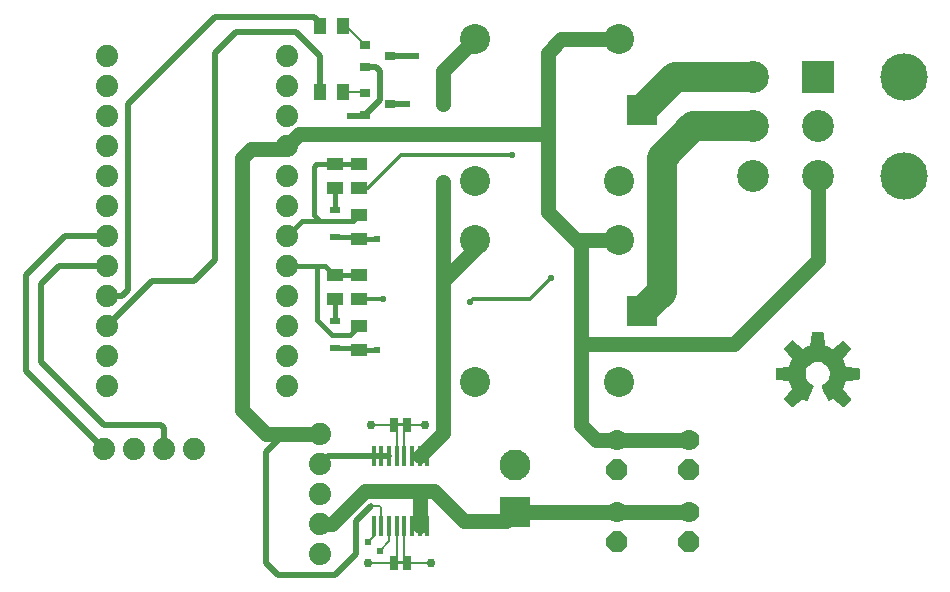
<source format=gbr>
G04 EAGLE Gerber RS-274X export*
G75*
%MOMM*%
%FSLAX34Y34*%
%LPD*%
%INTop Copper*%
%IPPOS*%
%AMOC8*
5,1,8,0,0,1.08239X$1,22.5*%
G01*
%ADD10P,1.924489X8X292.500000*%
%ADD11C,1.778000*%
%ADD12R,0.830000X0.630000*%
%ADD13R,2.705100X2.705100*%
%ADD14C,2.705100*%
%ADD15C,4.013200*%
%ADD16R,2.625000X2.625000*%
%ADD17C,2.625000*%
%ADD18C,1.879600*%
%ADD19R,1.400000X1.100000*%
%ADD20R,2.540000X2.540000*%
%ADD21C,2.540000*%
%ADD22R,0.355600X1.778000*%
%ADD23R,0.900000X0.800000*%
%ADD24R,1.100000X1.400000*%
%ADD25R,0.660400X1.270000*%
%ADD26C,0.762000*%
%ADD27C,0.554000*%
%ADD28C,0.304800*%
%ADD29C,0.508000*%
%ADD30C,0.604000*%
%ADD31C,0.203200*%
%ADD32C,0.406400*%
%ADD33C,0.254000*%
%ADD34C,2.540000*%
%ADD35C,1.270000*%
%ADD36C,0.900000*%
%ADD37C,0.152400*%

G36*
X768393Y157106D02*
X768393Y157106D01*
X768501Y157116D01*
X768514Y157122D01*
X768528Y157124D01*
X768625Y157172D01*
X768724Y157217D01*
X768737Y157228D01*
X768746Y157232D01*
X768761Y157248D01*
X768838Y157310D01*
X774870Y163342D01*
X774920Y163413D01*
X774925Y163418D01*
X774927Y163421D01*
X774933Y163430D01*
X774999Y163516D01*
X775004Y163529D01*
X775012Y163541D01*
X775043Y163644D01*
X775079Y163747D01*
X775079Y163761D01*
X775083Y163774D01*
X775079Y163882D01*
X775080Y163991D01*
X775075Y164004D01*
X775075Y164018D01*
X775037Y164120D01*
X775002Y164222D01*
X774993Y164237D01*
X774989Y164246D01*
X774975Y164263D01*
X774921Y164345D01*
X768067Y172751D01*
X769105Y174637D01*
X769113Y174659D01*
X769141Y174711D01*
X770158Y177167D01*
X770164Y177190D01*
X770186Y177245D01*
X770785Y179313D01*
X781575Y180410D01*
X781679Y180438D01*
X781785Y180463D01*
X781797Y180470D01*
X781810Y180473D01*
X781900Y180534D01*
X781993Y180591D01*
X782001Y180602D01*
X782013Y180610D01*
X782079Y180696D01*
X782148Y180780D01*
X782152Y180793D01*
X782161Y180804D01*
X782195Y180907D01*
X782234Y181008D01*
X782235Y181026D01*
X782239Y181035D01*
X782239Y181057D01*
X782248Y181155D01*
X782248Y189685D01*
X782231Y189792D01*
X782217Y189900D01*
X782211Y189912D01*
X782209Y189926D01*
X782157Y190022D01*
X782110Y190119D01*
X782100Y190129D01*
X782094Y190141D01*
X782014Y190215D01*
X781938Y190292D01*
X781926Y190298D01*
X781916Y190308D01*
X781817Y190353D01*
X781720Y190401D01*
X781702Y190405D01*
X781693Y190409D01*
X781672Y190411D01*
X781575Y190430D01*
X770785Y191527D01*
X770186Y193595D01*
X770175Y193616D01*
X770158Y193673D01*
X769365Y195589D01*
X769141Y196129D01*
X769128Y196149D01*
X769105Y196203D01*
X768067Y198089D01*
X774921Y206495D01*
X774975Y206589D01*
X775032Y206681D01*
X775035Y206694D01*
X775042Y206706D01*
X775063Y206813D01*
X775088Y206918D01*
X775086Y206932D01*
X775089Y206946D01*
X775074Y207053D01*
X775064Y207161D01*
X775058Y207174D01*
X775056Y207188D01*
X775008Y207285D01*
X774963Y207384D01*
X774952Y207397D01*
X774948Y207406D01*
X774932Y207421D01*
X774870Y207498D01*
X768838Y213530D01*
X768750Y213593D01*
X768664Y213659D01*
X768651Y213664D01*
X768639Y213672D01*
X768536Y213703D01*
X768433Y213739D01*
X768419Y213739D01*
X768406Y213743D01*
X768298Y213739D01*
X768189Y213740D01*
X768176Y213735D01*
X768162Y213735D01*
X768060Y213697D01*
X767958Y213662D01*
X767943Y213653D01*
X767934Y213649D01*
X767917Y213635D01*
X767835Y213581D01*
X759429Y206727D01*
X757543Y207765D01*
X757521Y207773D01*
X757469Y207801D01*
X755013Y208818D01*
X754990Y208824D01*
X754935Y208846D01*
X752867Y209445D01*
X751770Y220235D01*
X751742Y220339D01*
X751717Y220445D01*
X751710Y220457D01*
X751707Y220470D01*
X751646Y220560D01*
X751589Y220653D01*
X751578Y220661D01*
X751570Y220673D01*
X751484Y220739D01*
X751400Y220808D01*
X751387Y220812D01*
X751376Y220821D01*
X751273Y220855D01*
X751172Y220894D01*
X751154Y220895D01*
X751145Y220899D01*
X751123Y220899D01*
X751025Y220908D01*
X742495Y220908D01*
X742388Y220891D01*
X742280Y220877D01*
X742268Y220871D01*
X742254Y220869D01*
X742158Y220817D01*
X742061Y220770D01*
X742051Y220760D01*
X742039Y220754D01*
X741965Y220674D01*
X741888Y220598D01*
X741882Y220586D01*
X741872Y220576D01*
X741827Y220477D01*
X741779Y220380D01*
X741775Y220362D01*
X741771Y220353D01*
X741769Y220332D01*
X741750Y220235D01*
X740653Y209445D01*
X738585Y208846D01*
X738564Y208835D01*
X738507Y208818D01*
X736051Y207801D01*
X736031Y207788D01*
X735977Y207765D01*
X734091Y206727D01*
X725685Y213581D01*
X725591Y213635D01*
X725499Y213692D01*
X725486Y213695D01*
X725474Y213702D01*
X725367Y213723D01*
X725262Y213748D01*
X725248Y213746D01*
X725234Y213749D01*
X725127Y213734D01*
X725019Y213724D01*
X725006Y213718D01*
X724993Y213716D01*
X724895Y213668D01*
X724796Y213623D01*
X724783Y213612D01*
X724774Y213608D01*
X724759Y213592D01*
X724682Y213530D01*
X718650Y207498D01*
X718587Y207410D01*
X718521Y207324D01*
X718516Y207311D01*
X718508Y207299D01*
X718477Y207196D01*
X718441Y207093D01*
X718441Y207079D01*
X718437Y207066D01*
X718441Y206958D01*
X718440Y206849D01*
X718445Y206836D01*
X718445Y206822D01*
X718483Y206720D01*
X718518Y206618D01*
X718527Y206603D01*
X718531Y206594D01*
X718545Y206577D01*
X718599Y206495D01*
X725453Y198089D01*
X724415Y196203D01*
X724407Y196181D01*
X724379Y196129D01*
X723362Y193673D01*
X723356Y193650D01*
X723334Y193595D01*
X722735Y191527D01*
X711945Y190430D01*
X711841Y190402D01*
X711735Y190377D01*
X711723Y190370D01*
X711710Y190367D01*
X711620Y190306D01*
X711527Y190249D01*
X711519Y190238D01*
X711507Y190230D01*
X711441Y190144D01*
X711373Y190060D01*
X711368Y190047D01*
X711359Y190036D01*
X711325Y189933D01*
X711286Y189832D01*
X711285Y189814D01*
X711281Y189805D01*
X711282Y189783D01*
X711272Y189685D01*
X711272Y181155D01*
X711289Y181048D01*
X711303Y180940D01*
X711309Y180928D01*
X711311Y180914D01*
X711363Y180818D01*
X711410Y180721D01*
X711420Y180711D01*
X711426Y180699D01*
X711506Y180625D01*
X711582Y180548D01*
X711594Y180542D01*
X711605Y180532D01*
X711703Y180487D01*
X711800Y180439D01*
X711818Y180435D01*
X711827Y180431D01*
X711848Y180429D01*
X711945Y180410D01*
X722735Y179313D01*
X723334Y177245D01*
X723345Y177224D01*
X723362Y177167D01*
X723417Y177034D01*
X724348Y174787D01*
X724348Y174786D01*
X724379Y174711D01*
X724392Y174691D01*
X724415Y174637D01*
X725453Y172751D01*
X718599Y164345D01*
X718545Y164251D01*
X718488Y164159D01*
X718485Y164146D01*
X718478Y164134D01*
X718457Y164027D01*
X718432Y163922D01*
X718434Y163908D01*
X718431Y163894D01*
X718446Y163787D01*
X718456Y163679D01*
X718462Y163666D01*
X718464Y163653D01*
X718512Y163555D01*
X718557Y163456D01*
X718568Y163443D01*
X718572Y163434D01*
X718588Y163419D01*
X718650Y163342D01*
X724682Y157310D01*
X724770Y157247D01*
X724856Y157181D01*
X724869Y157176D01*
X724881Y157168D01*
X724984Y157137D01*
X725087Y157101D01*
X725101Y157101D01*
X725114Y157097D01*
X725222Y157101D01*
X725331Y157100D01*
X725344Y157105D01*
X725358Y157105D01*
X725460Y157143D01*
X725562Y157178D01*
X725577Y157187D01*
X725586Y157191D01*
X725603Y157205D01*
X725685Y157259D01*
X734085Y164108D01*
X735372Y163376D01*
X735391Y163369D01*
X735427Y163348D01*
X737236Y162509D01*
X737274Y162499D01*
X737310Y162480D01*
X737391Y162466D01*
X737471Y162444D01*
X737511Y162446D01*
X737550Y162440D01*
X737632Y162453D01*
X737715Y162458D01*
X737752Y162473D01*
X737791Y162479D01*
X737864Y162518D01*
X737941Y162549D01*
X737971Y162575D01*
X738007Y162594D01*
X738063Y162654D01*
X738126Y162708D01*
X738146Y162743D01*
X738174Y162772D01*
X738243Y162902D01*
X743266Y175028D01*
X743292Y175140D01*
X743321Y175252D01*
X743320Y175259D01*
X743322Y175266D01*
X743310Y175380D01*
X743301Y175495D01*
X743299Y175501D01*
X743298Y175509D01*
X743250Y175613D01*
X743205Y175719D01*
X743200Y175724D01*
X743197Y175731D01*
X743119Y175815D01*
X743042Y175900D01*
X743034Y175905D01*
X743030Y175909D01*
X743017Y175916D01*
X742918Y175981D01*
X741340Y176796D01*
X739972Y177825D01*
X738796Y179069D01*
X737845Y180493D01*
X737145Y182056D01*
X736718Y183714D01*
X736574Y185416D01*
X736754Y187322D01*
X737285Y189157D01*
X738149Y190860D01*
X739316Y192372D01*
X740745Y193639D01*
X742385Y194618D01*
X744180Y195273D01*
X746065Y195581D01*
X747974Y195533D01*
X749841Y195128D01*
X751599Y194382D01*
X753187Y193321D01*
X754550Y191982D01*
X755638Y190412D01*
X756414Y188667D01*
X756850Y186807D01*
X756932Y184899D01*
X756656Y183009D01*
X756031Y181204D01*
X755081Y179547D01*
X753838Y178096D01*
X752346Y176904D01*
X750596Y175977D01*
X750507Y175910D01*
X750417Y175845D01*
X750410Y175836D01*
X750401Y175830D01*
X750339Y175737D01*
X750274Y175647D01*
X750271Y175636D01*
X750265Y175627D01*
X750236Y175520D01*
X750203Y175414D01*
X750204Y175403D01*
X750201Y175392D01*
X750207Y175280D01*
X750211Y175170D01*
X750215Y175156D01*
X750216Y175148D01*
X750223Y175130D01*
X750254Y175028D01*
X750664Y174037D01*
X751595Y171790D01*
X751595Y171789D01*
X752526Y169542D01*
X752527Y169542D01*
X753458Y167294D01*
X754389Y165046D01*
X755277Y162902D01*
X755298Y162868D01*
X755311Y162831D01*
X755362Y162765D01*
X755406Y162695D01*
X755437Y162670D01*
X755461Y162638D01*
X755530Y162593D01*
X755594Y162540D01*
X755632Y162526D01*
X755665Y162504D01*
X755745Y162483D01*
X755823Y162454D01*
X755863Y162453D01*
X755901Y162443D01*
X755984Y162449D01*
X756066Y162446D01*
X756105Y162458D01*
X756145Y162461D01*
X756284Y162509D01*
X758093Y163348D01*
X758109Y163359D01*
X758148Y163376D01*
X759435Y164108D01*
X767835Y157259D01*
X767929Y157205D01*
X768021Y157148D01*
X768034Y157145D01*
X768046Y157138D01*
X768153Y157117D01*
X768258Y157092D01*
X768272Y157094D01*
X768286Y157091D01*
X768393Y157106D01*
G37*
G36*
X400704Y140919D02*
X400704Y140919D01*
X400726Y140923D01*
X400733Y140938D01*
X400742Y140944D01*
X400741Y140954D01*
X400748Y140970D01*
X400748Y143510D01*
X400736Y143529D01*
X400732Y143551D01*
X400717Y143558D01*
X400711Y143567D01*
X400701Y143566D01*
X400685Y143573D01*
X386715Y143573D01*
X386696Y143561D01*
X386674Y143557D01*
X386667Y143542D01*
X386658Y143536D01*
X386659Y143526D01*
X386652Y143510D01*
X386652Y140970D01*
X386664Y140951D01*
X386668Y140929D01*
X386683Y140922D01*
X386689Y140913D01*
X386699Y140914D01*
X386715Y140907D01*
X400685Y140907D01*
X400704Y140919D01*
G37*
G36*
X400704Y24079D02*
X400704Y24079D01*
X400726Y24083D01*
X400733Y24098D01*
X400742Y24104D01*
X400741Y24114D01*
X400748Y24130D01*
X400748Y26670D01*
X400736Y26689D01*
X400732Y26711D01*
X400717Y26718D01*
X400711Y26727D01*
X400701Y26726D01*
X400685Y26733D01*
X386715Y26733D01*
X386696Y26721D01*
X386674Y26717D01*
X386667Y26702D01*
X386658Y26696D01*
X386659Y26686D01*
X386652Y26670D01*
X386652Y24130D01*
X386664Y24111D01*
X386668Y24089D01*
X386683Y24082D01*
X386689Y24073D01*
X386699Y24074D01*
X386715Y24067D01*
X400685Y24067D01*
X400704Y24079D01*
G37*
D10*
X576580Y43180D03*
D11*
X576580Y68580D03*
D10*
X637540Y43180D03*
D11*
X637540Y68580D03*
D10*
X576580Y104140D03*
D11*
X576580Y129540D03*
D10*
X637540Y104140D03*
D11*
X637540Y129540D03*
D12*
X337820Y323920D03*
X337820Y300920D03*
X337820Y229940D03*
X337820Y206940D03*
D13*
X746760Y436880D03*
D14*
X746760Y394970D03*
X746760Y352806D03*
X691642Y436880D03*
X691642Y394970D03*
X691642Y352806D03*
D15*
X819658Y436880D03*
X819658Y352806D03*
D16*
X490220Y68580D03*
D17*
X490220Y108180D03*
D18*
X325120Y134620D03*
X325120Y109220D03*
X325120Y83820D03*
X325120Y58420D03*
X325120Y33020D03*
X142240Y121920D03*
X167640Y121920D03*
X193040Y121920D03*
X218440Y121920D03*
D19*
X337820Y269080D03*
X337820Y249080D03*
X358140Y269080D03*
X358140Y249080D03*
X358140Y205900D03*
X358140Y225900D03*
X358140Y363060D03*
X358140Y343060D03*
X337820Y363060D03*
X337820Y343060D03*
X358140Y299880D03*
X358140Y319880D03*
D18*
X144780Y454660D03*
X144780Y429260D03*
X144780Y403860D03*
X144780Y378460D03*
X144780Y353060D03*
X144780Y327660D03*
X144780Y302260D03*
X144780Y276860D03*
X144780Y251460D03*
X144780Y226060D03*
X144780Y200660D03*
X144780Y175260D03*
X297180Y175260D03*
X297180Y200660D03*
X297180Y226060D03*
X297180Y251460D03*
X297180Y276860D03*
X297180Y302260D03*
X297180Y327660D03*
X297180Y353060D03*
X297180Y378460D03*
X297180Y403860D03*
X297180Y429260D03*
X297180Y454660D03*
D20*
X598280Y408890D03*
D21*
X578280Y468890D03*
X456280Y468890D03*
X456280Y348890D03*
X578280Y348890D03*
D20*
X598280Y238710D03*
D21*
X578280Y298710D03*
X456280Y298710D03*
X456280Y178710D03*
X578280Y178710D03*
D22*
X416450Y116078D03*
X409950Y116078D03*
X403450Y116078D03*
X396950Y116078D03*
X390450Y116078D03*
X383950Y116078D03*
X377450Y116078D03*
X370950Y116078D03*
X370950Y56642D03*
X377450Y56642D03*
X383950Y56642D03*
X390450Y56642D03*
X396950Y56642D03*
X403450Y56642D03*
X409950Y56642D03*
X416450Y56642D03*
D23*
X363380Y464160D03*
X363380Y445160D03*
X384380Y454660D03*
X363380Y423520D03*
X363380Y404520D03*
X384380Y414020D03*
D24*
X345280Y480060D03*
X325280Y480060D03*
X345280Y424180D03*
X325280Y424180D03*
D25*
X388493Y142240D03*
X398907Y142240D03*
X388493Y25400D03*
X398907Y25400D03*
D26*
X414020Y142240D03*
X368300Y142240D03*
X365760Y25400D03*
X419100Y25400D03*
D27*
X520700Y266700D03*
D28*
X502920Y248920D01*
X454660Y248920D02*
X452120Y246380D01*
D27*
X452120Y246380D03*
D28*
X454660Y248920D02*
X502920Y248920D01*
X378300Y249080D02*
X358140Y249080D01*
X378300Y249080D02*
X378460Y248920D01*
D27*
X378460Y248920D03*
D29*
X372720Y445160D02*
X363380Y445160D01*
X372720Y445160D02*
X375920Y441960D01*
X375920Y419807D01*
X375816Y419703D01*
X375816Y416956D01*
X363380Y404520D01*
X362720Y403860D01*
X350520Y403860D01*
D30*
X350520Y403860D03*
D29*
X331978Y116078D02*
X325120Y109220D01*
X331978Y116078D02*
X370950Y116078D01*
X383950Y116078D01*
D31*
X383950Y56642D02*
X383950Y43590D01*
X375920Y35560D01*
D30*
X375920Y35560D03*
D32*
X357100Y300920D02*
X337820Y300920D01*
X357100Y300920D02*
X358140Y299880D01*
X357100Y206940D02*
X337820Y206940D01*
X357100Y206940D02*
X358140Y205900D01*
X358140Y299880D02*
X373220Y299880D01*
X373380Y299720D01*
D30*
X373380Y299720D03*
D32*
X373220Y205900D02*
X358140Y205900D01*
X373220Y205900D02*
X373380Y205740D01*
D30*
X373380Y205740D03*
D33*
X377450Y116078D02*
X383950Y116078D01*
D34*
X598280Y238710D02*
X614680Y255110D01*
X614680Y368300D01*
X641350Y394970D01*
X691642Y394970D01*
X691642Y436880D02*
X626270Y436880D01*
X598280Y408890D01*
D28*
X365920Y343060D02*
X358140Y343060D01*
X393700Y370840D02*
X487680Y370840D01*
D27*
X487680Y370840D03*
D28*
X393700Y370840D02*
X365920Y343060D01*
D35*
X335280Y58420D02*
X325120Y58420D01*
X335280Y58420D02*
X363220Y86360D01*
X408940Y86360D01*
X421640Y86360D01*
X447040Y60960D01*
X482600Y60960D01*
X490220Y68580D01*
X409950Y56642D02*
X409950Y85350D01*
X408940Y86360D01*
X576580Y68580D02*
X637540Y68580D01*
X576580Y68580D02*
X490220Y68580D01*
D33*
X409950Y56642D02*
X403450Y56642D01*
X409950Y56642D02*
X416450Y56642D01*
D35*
X542030Y298710D02*
X578280Y298710D01*
X542030Y298710D02*
X518160Y322580D01*
X518160Y388620D01*
X518160Y457200D01*
X529850Y468890D02*
X578280Y468890D01*
X529850Y468890D02*
X518160Y457200D01*
D29*
X325120Y134620D02*
X294640Y134620D01*
X279400Y119380D01*
X279400Y25400D01*
X289560Y15240D01*
X337820Y15240D01*
X355600Y60960D02*
X368300Y73660D01*
D31*
X375920Y73660D01*
X377450Y72130D01*
X377450Y56642D01*
D29*
X355600Y33020D02*
X337820Y15240D01*
X355600Y33020D02*
X355600Y60960D01*
D32*
X279400Y375920D02*
X281940Y378460D01*
X297180Y378460D01*
D35*
X307340Y388620D01*
X518160Y388620D01*
X297180Y378460D02*
X294640Y375920D01*
X266700Y375920D01*
X259080Y368300D01*
X259080Y154940D01*
X279400Y134620D01*
X325120Y134620D01*
X542030Y298710D02*
X546100Y294640D01*
X546100Y210820D01*
X546100Y142240D01*
X558800Y129540D01*
X576580Y129540D01*
X637540Y129540D01*
X675640Y210820D02*
X546100Y210820D01*
X746760Y281940D02*
X746760Y352806D01*
X746760Y281940D02*
X675640Y210820D01*
D32*
X358140Y363060D02*
X337820Y363060D01*
X322420Y363060D01*
X320040Y360680D01*
X320040Y320040D01*
X325120Y314960D01*
X353220Y314960D01*
X358140Y319880D01*
X309880Y314960D02*
X297180Y302260D01*
X309880Y314960D02*
X325120Y314960D01*
X337820Y323920D02*
X337820Y343060D01*
X337820Y249080D02*
X337820Y229940D01*
X337820Y269080D02*
X358140Y269080D01*
X322580Y276860D02*
X297180Y276860D01*
X322580Y276860D02*
X330040Y276860D01*
X337820Y269080D01*
X358140Y225900D02*
X350680Y218440D01*
X335280Y218440D01*
X322580Y231140D01*
X322580Y276860D01*
D29*
X144780Y276860D02*
X104140Y276860D01*
X88900Y261620D01*
X88900Y195580D01*
X142240Y142240D01*
X190500Y142240D01*
X193040Y139700D01*
X193040Y121920D01*
X144780Y302260D02*
X109220Y302260D01*
X76200Y269240D01*
X76200Y187960D01*
X142240Y121920D01*
D35*
X409950Y116078D02*
X429260Y135388D01*
X429260Y441870D02*
X456280Y468890D01*
X429260Y264160D02*
X429260Y135388D01*
X456280Y291180D02*
X456280Y298710D01*
X456280Y291180D02*
X429260Y264160D01*
X429260Y414020D02*
X429260Y441870D01*
D36*
X429260Y414020D03*
X429260Y347980D03*
D35*
X429260Y264160D01*
D33*
X409950Y116078D02*
X403450Y116078D01*
X409950Y116078D02*
X416450Y116078D01*
D31*
X370950Y56642D02*
X370950Y48370D01*
X365760Y43180D01*
D30*
X365760Y43180D03*
D29*
X384380Y454660D02*
X406400Y454660D01*
D30*
X406400Y454660D03*
X398780Y414020D03*
D29*
X384380Y414020D01*
D37*
X362720Y424180D02*
X345280Y424180D01*
X362720Y424180D02*
X363380Y423520D01*
X347480Y480060D02*
X345280Y480060D01*
X347480Y480060D02*
X363380Y464160D01*
D29*
X325280Y480060D02*
X325280Y482440D01*
X320040Y487680D01*
X236220Y487680D01*
X162560Y414020D02*
X162560Y256540D01*
X157480Y251460D01*
X144780Y251460D01*
X162560Y414020D02*
X236220Y487680D01*
X182880Y264160D02*
X144780Y226060D01*
X182880Y264160D02*
X218440Y264160D01*
X236220Y281940D01*
X236220Y457200D01*
X254000Y474980D01*
X325280Y454500D02*
X325280Y424180D01*
X304800Y474980D02*
X254000Y474980D01*
X304800Y474980D02*
X325280Y454500D01*
D37*
X388493Y142240D02*
X390450Y140283D01*
X390450Y116078D01*
X388493Y142240D02*
X368300Y142240D01*
X396950Y140283D02*
X396950Y116078D01*
X396950Y140283D02*
X398907Y142240D01*
X414020Y142240D01*
X396950Y56642D02*
X396950Y27357D01*
X398907Y25400D01*
X419100Y25400D01*
X390450Y27357D02*
X390450Y56642D01*
X390450Y27357D02*
X388557Y25464D01*
X388493Y25400D01*
X365824Y25464D02*
X365760Y25400D01*
X365824Y25464D02*
X388557Y25464D01*
M02*

</source>
